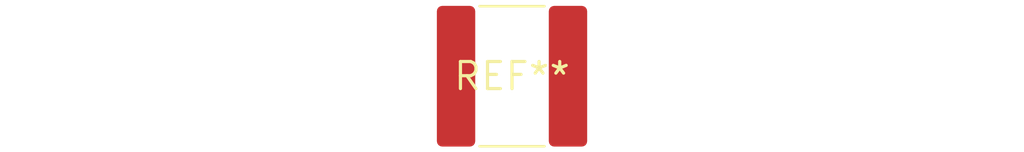
<source format=kicad_pcb>
(kicad_pcb (version 20240108) (generator pcbnew)
  (layers (0 "F.Cu" signal) (31 "B.Cu" signal) (34 "B.Paste" user) (35 "F.Paste" user) (36 "B.SilkS" user "B.Silkscreen") (37 "F.SilkS" user "F.Silkscreen") (38 "B.Mask" user) (39 "F.Mask" user) (44 "Edge.Cuts" user))
  (net 0 "")
  (footprint "C_2225_5664Metric_Pad1.80x6.60mm_HandSolder" (layer "F.Cu") (at 0 0)
    (property "Reference" "REF**")
    (property "Value" "C_2225_5664Metric_Pad1.80x6.60mm_HandSolder")
    (fp_line (start -1.522369 -3.285) (end 1.522369 -3.285) (layer "F.SilkS") (stroke (width 0.12)))
    (fp_line (start -1.522369 3.285) (end 1.522369 3.285) (layer "F.SilkS") (stroke (width 0.12)))
    (pad "1" smd roundrect (at -2.625 0) (size 1.8 6.6) (layers "F.Cu" "F.Paste" "F.Mask") (roundrect_rratio 0.138889))
    (pad "2" smd roundrect (at 2.625 0) (size 1.8 6.6) (layers "F.Cu" "F.Paste" "F.Mask") (roundrect_rratio 0.138889))
  )
)
</source>
